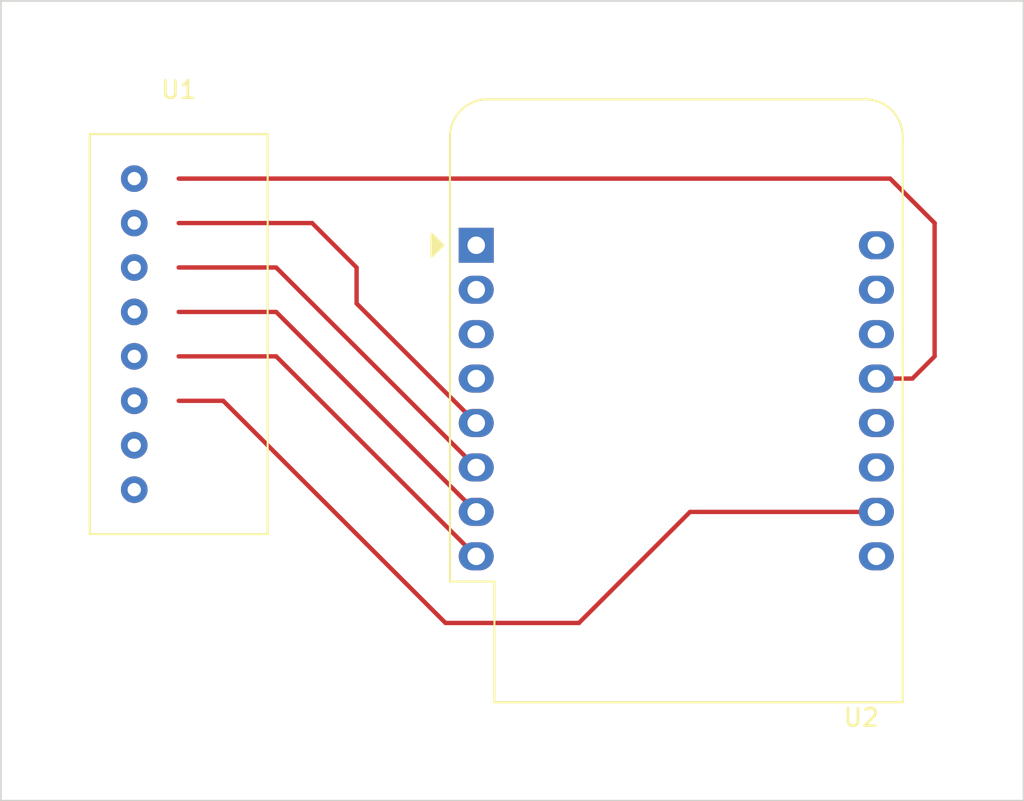
<source format=kicad_pcb>
(kicad_pcb (version 20211014) (generator pcbnew)
  (layers (0 "F.Cu" signal) (31 "B.Cu" signal) (34 "B.Paste" user) (35 "F.Paste" user) (36 "B.SilkS" user "B.Silkscreen") (37 "F.SilkS" user "F.Silkscreen") (38 "B.Mask" user) (39 "F.Mask" user) (44 "Edge.Cuts" user))
  (net 0 "")
  (net 5 "+5V")
  (net 6 "GND")
  (net 12 "+3V3")
  (net 15 "Net-(U2-Pad5)")
  (net 16 "Net-(U2-Pad6)")
  (net 17 "Net-(U2-Pad13)")
  (net 18 "Net-(U2-Pad7)")
  (footprint "Library:PN532_Board" (layer "F.Cu") (at 132.08 53.34)
    (fp_text reference "U1" (at 0 -15.24 unlocked) (layer "F.SilkS"))
    (fp_text value "PN532_Board")
    (fp_rect (start -5.08 -12.7) (end 5.08 10.16) (layer "F.SilkS") (width 0.12) (fill none))
    (pad "GND" thru_hole circle (at -2.54 2.54) (size 1.524 1.524) (drill 0.762) (layers *.Cu *.Mask) (net 6 "GND"))
    (pad "IRQ" thru_hole circle (at -2.54 5.08) (size 1.524 1.524) (drill 0.762) (layers *.Cu *.Mask))
    (pad "MISO" thru_hole circle (at -2.54 -7.62) (size 1.524 1.524) (drill 0.762) (layers *.Cu *.Mask) (net 15 "Net-(U2-Pad5)"))
    (pad "MOSI" thru_hole circle (at -2.54 -5.08) (size 1.524 1.524) (drill 0.762) (layers *.Cu *.Mask) (net 16 "Net-(U2-Pad6)"))
    (pad "RSTO" thru_hole circle (at -2.54 7.62) (size 1.524 1.524) (drill 0.762) (layers *.Cu *.Mask))
    (pad "SCK" thru_hole circle (at -2.54 -10.16) (size 1.524 1.524) (drill 0.762) (layers *.Cu *.Mask) (net 17 "Net-(U2-Pad13)"))
    (pad "SS" thru_hole circle (at -2.54 -2.54) (size 1.524 1.524) (drill 0.762) (layers *.Cu *.Mask) (net 18 "Net-(U2-Pad7)"))
    (pad "VCC" thru_hole circle (at -2.54 0) (size 1.524 1.524) (drill 0.762) (layers *.Cu *.Mask) (net 12 "+3V3"))
  )
  (footprint "Module:WEMOS_D1_mini_light" (layer "F.Cu") (at 149.075 46.99)
    (fp_text reference "U2" (at 22 27) (layer "F.SilkS"))
    (fp_text value "WeMos_D1_mini")
    (fp_line (start 22.24 -8.34) (end 0.63 -8.34) (layer "F.SilkS") (width 0.12))
    (fp_line (start 1.04 26.12) (end 24.36 26.12) (layer "F.SilkS") (width 0.12))
    (fp_line (start 1.04 19.22) (end 1.04 26.12) (layer "F.SilkS") (width 0.12))
    (fp_line (start -1.5 19.22) (end -1.5 -6.21) (layer "F.SilkS") (width 0.12))
    (fp_line (start -1.5 19.22) (end 1.04 19.22) (layer "F.SilkS") (width 0.12))
    (fp_line (start 24.36 26.12) (end 24.36 -6.21) (layer "F.SilkS") (width 0.12))
    (fp_arc (start 22.23 -8.34) (mid 23.736137 -7.716137) (end 24.36 -6.21) (layer "F.SilkS") (width 0.12))
    (fp_arc (start -1.5 -6.21) (mid -0.876137 -7.716137) (end 0.63 -8.34) (layer "F.SilkS") (width 0.12))
    (fp_poly (pts (xy -2.54 -0.635) (xy -2.54 0.635) (xy -1.905 0)) (layer "F.SilkS") (width 0.15) (fill solid))
    (pad "1" thru_hole rect (at 0 0) (size 2 2) (drill 1) (layers *.Cu *.Mask))
    (pad "2" thru_hole oval (at 0 2.54) (size 2 1.6) (drill 1) (layers *.Cu *.Mask))
    (pad "3" thru_hole oval (at 0 5.08) (size 2 1.6) (drill 1) (layers *.Cu *.Mask))
    (pad "4" thru_hole oval (at 0 7.62) (size 2 1.6) (drill 1) (layers *.Cu *.Mask))
    (pad "5" thru_hole oval (at 0 10.16) (size 2 1.6) (drill 1) (layers *.Cu *.Mask) (net 15 "Net-(U2-Pad5)"))
    (pad "6" thru_hole oval (at 0 12.7) (size 2 1.6) (drill 1) (layers *.Cu *.Mask) (net 16 "Net-(U2-Pad6)"))
    (pad "7" thru_hole oval (at 0 15.24) (size 2 1.6) (drill 1) (layers *.Cu *.Mask) (net 18 "Net-(U2-Pad7)"))
    (pad "8" thru_hole oval (at 0 17.78) (size 2 1.6) (drill 1) (layers *.Cu *.Mask) (net 12 "+3V3"))
    (pad "9" thru_hole oval (at 22.86 17.78) (size 2 1.6) (drill 1) (layers *.Cu *.Mask) (net 5 "+5V"))
    (pad "10" thru_hole oval (at 22.86 15.24) (size 2 1.6) (drill 1) (layers *.Cu *.Mask) (net 6 "GND"))
    (pad "11" thru_hole oval (at 22.86 12.7) (size 2 1.6) (drill 1) (layers *.Cu *.Mask))
    (pad "12" thru_hole oval (at 22.86 10.16) (size 2 1.6) (drill 1) (layers *.Cu *.Mask))
    (pad "13" thru_hole oval (at 22.86 7.62) (size 2 1.6) (drill 1) (layers *.Cu *.Mask) (net 17 "Net-(U2-Pad13)"))
    (pad "14" thru_hole oval (at 22.86 5.08) (size 2 1.6) (drill 1) (layers *.Cu *.Mask))
    (pad "15" thru_hole oval (at 22.86 2.54) (size 2 1.6) (drill 1) (layers *.Cu *.Mask))
    (pad "16" thru_hole oval (at 22.86 0) (size 2 1.6) (drill 1) (layers *.Cu *.Mask))
  )
  (gr_rect (start 121.92 33.02) (end 180.34 78.74) (layer "Edge.Cuts") (width 0.1) (fill none))
  (segment (start 147.32 68.58) (end 154.94 68.58) (width 0.25) (layer "F.Cu") (net 6))
  (segment (start 161.29 62.23) (end 171.935 62.23) (width 0.25) (layer "F.Cu") (net 6))
  (segment (start 134.62 55.88) (end 147.32 68.58) (width 0.25) (layer "F.Cu") (net 6))
  (segment (start 132.08 55.88) (end 134.62 55.88) (width 0.25) (layer "F.Cu") (net 6))
  (segment (start 154.94 68.58) (end 161.29 62.23) (width 0.25) (layer "F.Cu") (net 6))
  (segment (start 137.645 53.34) (end 149.075 64.77) (width 0.25) (layer "F.Cu") (net 12))
  (segment (start 132.08 53.34) (end 137.645 53.34) (width 0.25) (layer "F.Cu") (net 12))
  (segment (start 142.24 48.26) (end 142.24 50.315) (width 0.25) (layer "F.Cu") (net 15))
  (segment (start 142.24 50.315) (end 149.075 57.15) (width 0.25) (layer "F.Cu") (net 15))
  (segment (start 139.7 45.72) (end 142.24 48.26) (width 0.25) (layer "F.Cu") (net 15))
  (segment (start 132.08 45.72) (end 139.7 45.72) (width 0.25) (layer "F.Cu") (net 15))
  (segment (start 132.08 48.26) (end 137.645 48.26) (width 0.25) (layer "F.Cu") (net 16))
  (segment (start 137.645 48.26) (end 149.075 59.69) (width 0.25) (layer "F.Cu") (net 16))
  (segment (start 132.08 43.18) (end 172.72 43.18) (width 0.25) (layer "F.Cu") (net 17))
  (segment (start 172.72 43.18) (end 175.26 45.72) (width 0.25) (layer "F.Cu") (net 17))
  (segment (start 173.99 54.61) (end 171.935 54.61) (width 0.25) (layer "F.Cu") (net 17))
  (segment (start 175.26 45.72) (end 175.26 53.34) (width 0.25) (layer "F.Cu") (net 17))
  (segment (start 175.26 53.34) (end 173.99 54.61) (width 0.25) (layer "F.Cu") (net 17))
  (segment (start 137.645 50.8) (end 149.075 62.23) (width 0.25) (layer "F.Cu") (net 18))
  (segment (start 132.08 50.8) (end 137.645 50.8) (width 0.25) (layer "F.Cu") (net 18))
)
</source>
